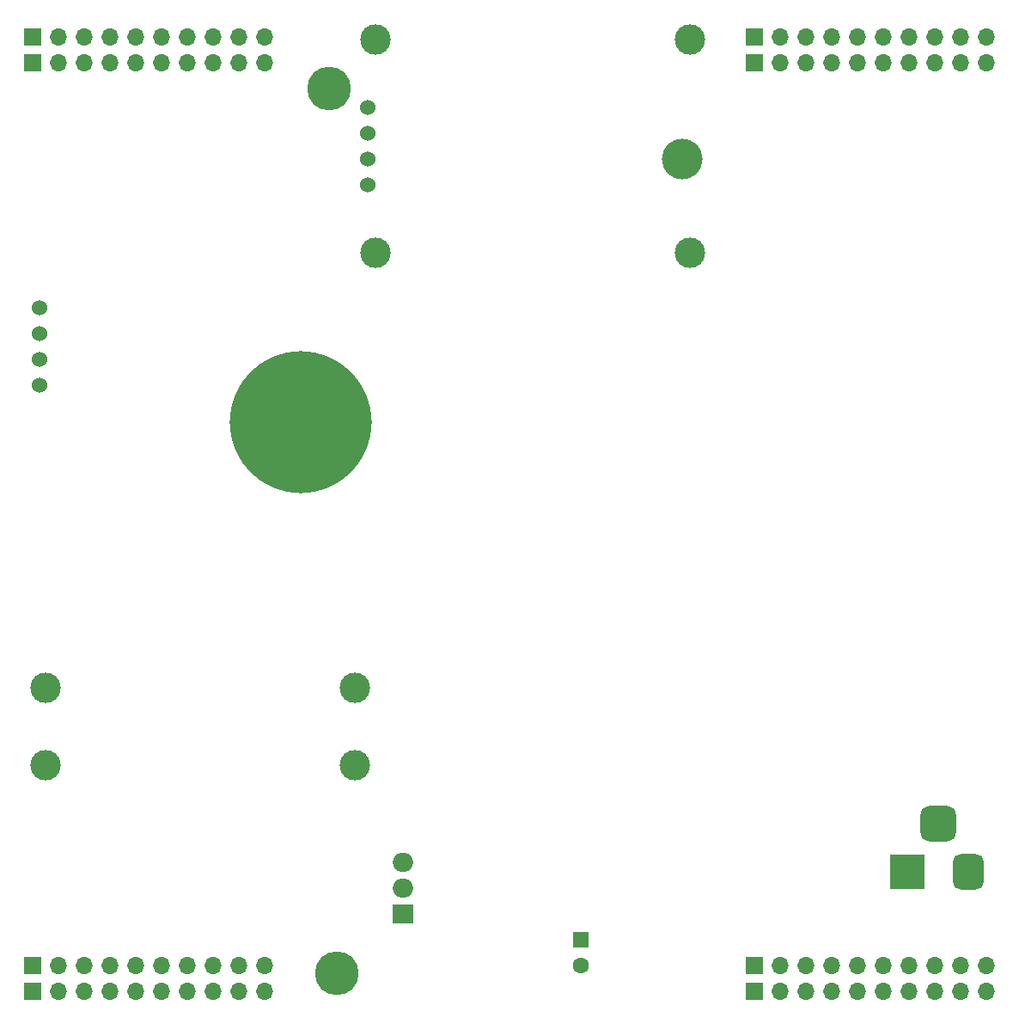
<source format=gbr>
%TF.GenerationSoftware,KiCad,Pcbnew,6.0.7-f9a2dced07~116~ubuntu20.04.1*%
%TF.CreationDate,2022-10-31T14:43:35+01:00*%
%TF.ProjectId,av_citynode_hw,61765f63-6974-4796-9e6f-64655f68772e,rev?*%
%TF.SameCoordinates,Original*%
%TF.FileFunction,Soldermask,Bot*%
%TF.FilePolarity,Negative*%
%FSLAX46Y46*%
G04 Gerber Fmt 4.6, Leading zero omitted, Abs format (unit mm)*
G04 Created by KiCad (PCBNEW 6.0.7-f9a2dced07~116~ubuntu20.04.1) date 2022-10-31 14:43:35*
%MOMM*%
%LPD*%
G01*
G04 APERTURE LIST*
G04 Aperture macros list*
%AMRoundRect*
0 Rectangle with rounded corners*
0 $1 Rounding radius*
0 $2 $3 $4 $5 $6 $7 $8 $9 X,Y pos of 4 corners*
0 Add a 4 corners polygon primitive as box body*
4,1,4,$2,$3,$4,$5,$6,$7,$8,$9,$2,$3,0*
0 Add four circle primitives for the rounded corners*
1,1,$1+$1,$2,$3*
1,1,$1+$1,$4,$5*
1,1,$1+$1,$6,$7*
1,1,$1+$1,$8,$9*
0 Add four rect primitives between the rounded corners*
20,1,$1+$1,$2,$3,$4,$5,0*
20,1,$1+$1,$4,$5,$6,$7,0*
20,1,$1+$1,$6,$7,$8,$9,0*
20,1,$1+$1,$8,$9,$2,$3,0*%
G04 Aperture macros list end*
%ADD10R,1.700000X1.700000*%
%ADD11O,1.700000X1.700000*%
%ADD12C,4.300000*%
%ADD13C,3.000000*%
%ADD14C,14.000000*%
%ADD15C,1.524000*%
%ADD16R,2.000000X1.905000*%
%ADD17O,2.000000X1.905000*%
%ADD18C,4.000000*%
%ADD19R,1.600000X1.600000*%
%ADD20C,1.600000*%
%ADD21R,3.500000X3.500000*%
%ADD22RoundRect,0.750000X0.750000X1.000000X-0.750000X1.000000X-0.750000X-1.000000X0.750000X-1.000000X0*%
%ADD23RoundRect,0.875000X0.875000X0.875000X-0.875000X0.875000X-0.875000X-0.875000X0.875000X-0.875000X0*%
G04 APERTURE END LIST*
D10*
%TO.C,J10*%
X110236000Y-171704000D03*
D11*
X112776000Y-171704000D03*
X115316000Y-171704000D03*
X117856000Y-171704000D03*
X120396000Y-171704000D03*
X122936000Y-171704000D03*
X125476000Y-171704000D03*
X128016000Y-171704000D03*
X130556000Y-171704000D03*
X133096000Y-171704000D03*
%TD*%
D10*
%TO.C,J11*%
X181356000Y-265684000D03*
D11*
X183896000Y-265684000D03*
X186436000Y-265684000D03*
X188976000Y-265684000D03*
X191516000Y-265684000D03*
X194056000Y-265684000D03*
X196596000Y-265684000D03*
X199136000Y-265684000D03*
X201676000Y-265684000D03*
X204216000Y-265684000D03*
%TD*%
D12*
%TO.C,H5*%
X139446000Y-176784000D03*
%TD*%
D10*
%TO.C,J17*%
X110236000Y-174244000D03*
D11*
X112776000Y-174244000D03*
X115316000Y-174244000D03*
X117856000Y-174244000D03*
X120396000Y-174244000D03*
X122936000Y-174244000D03*
X125476000Y-174244000D03*
X128016000Y-174244000D03*
X130556000Y-174244000D03*
X133096000Y-174244000D03*
%TD*%
D13*
%TO.C,U5*%
X141986000Y-243459000D03*
X141986000Y-235839000D03*
X111506000Y-235839000D03*
X111506000Y-243459000D03*
%TD*%
D10*
%TO.C,J19*%
X110236000Y-263144000D03*
D11*
X112776000Y-263144000D03*
X115316000Y-263144000D03*
X117856000Y-263144000D03*
X120396000Y-263144000D03*
X122936000Y-263144000D03*
X125476000Y-263144000D03*
X128016000Y-263144000D03*
X130556000Y-263144000D03*
X133096000Y-263144000D03*
%TD*%
D14*
%TO.C,H8*%
X136601200Y-209702400D03*
%TD*%
D10*
%TO.C,J12*%
X110236000Y-265684000D03*
D11*
X112776000Y-265684000D03*
X115316000Y-265684000D03*
X117856000Y-265684000D03*
X120396000Y-265684000D03*
X122936000Y-265684000D03*
X125476000Y-265684000D03*
X128016000Y-265684000D03*
X130556000Y-265684000D03*
X133096000Y-265684000D03*
%TD*%
D15*
%TO.C,U4*%
X110871000Y-198374000D03*
X110871000Y-200914000D03*
X110871000Y-203454000D03*
X110871000Y-205994000D03*
%TD*%
D10*
%TO.C,J16*%
X181356000Y-174244000D03*
D11*
X183896000Y-174244000D03*
X186436000Y-174244000D03*
X188976000Y-174244000D03*
X191516000Y-174244000D03*
X194056000Y-174244000D03*
X196596000Y-174244000D03*
X199136000Y-174244000D03*
X201676000Y-174244000D03*
X204216000Y-174244000D03*
%TD*%
D10*
%TO.C,J18*%
X181356000Y-263144000D03*
D11*
X183896000Y-263144000D03*
X186436000Y-263144000D03*
X188976000Y-263144000D03*
X191516000Y-263144000D03*
X194056000Y-263144000D03*
X196596000Y-263144000D03*
X199136000Y-263144000D03*
X201676000Y-263144000D03*
X204216000Y-263144000D03*
%TD*%
D16*
%TO.C,U8*%
X146741000Y-258064000D03*
D17*
X146741000Y-255524000D03*
X146741000Y-252984000D03*
%TD*%
D12*
%TO.C,H6*%
X140208000Y-263906000D03*
%TD*%
D13*
%TO.C,U14*%
X175006000Y-171999000D03*
X144006000Y-192999000D03*
X144006000Y-171999000D03*
D18*
X174256000Y-183749000D03*
D13*
X175006000Y-192999000D03*
D15*
X143256000Y-178689000D03*
X143256000Y-181229000D03*
X143256000Y-183769000D03*
X143256000Y-186309000D03*
%TD*%
D19*
%TO.C,C20*%
X164211000Y-260668888D03*
D20*
X164211000Y-263168888D03*
%TD*%
D21*
%TO.C,J8*%
X196438000Y-253941500D03*
D22*
X202438000Y-253941500D03*
D23*
X199438000Y-249241500D03*
%TD*%
D10*
%TO.C,J9*%
X181356000Y-171704000D03*
D11*
X183896000Y-171704000D03*
X186436000Y-171704000D03*
X188976000Y-171704000D03*
X191516000Y-171704000D03*
X194056000Y-171704000D03*
X196596000Y-171704000D03*
X199136000Y-171704000D03*
X201676000Y-171704000D03*
X204216000Y-171704000D03*
%TD*%
M02*

</source>
